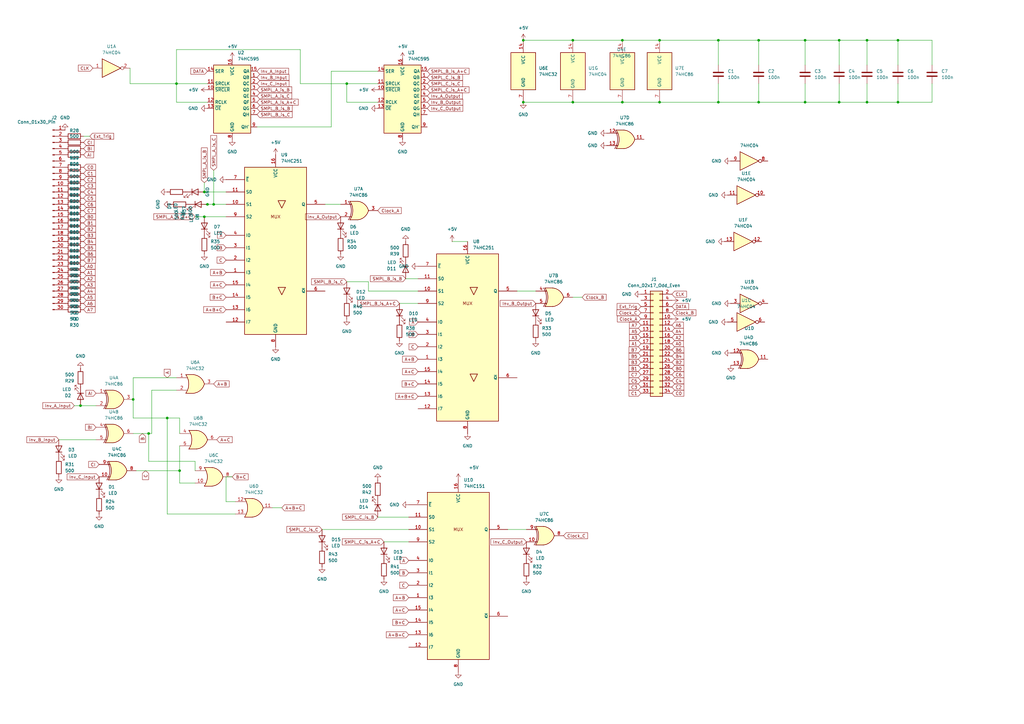
<source format=kicad_sch>
(kicad_sch (version 20231120) (generator "eeschema") (generator_version "8.0")
  (paper "A3")
  (junction (at 311.15 41.91))
  (junction (at 368.3 16.51))
  (junction (at 270.51 16.51))
  (junction (at 294.64 41.91))
  (junction (at 234.95 41.91))
  (junction (at 234.95 16.51))
  (junction (at 83.82 78.74))
  (junction (at 72.39 34.29))
  (junction (at 214.63 16.51))
  (junction (at 330.2 16.51))
  (junction (at 87.63 83.82))
  (junction (at 255.27 16.51))
  (junction (at 68.58 171.45))
  (junction (at 33.02 166.37))
  (junction (at 344.17 16.51))
  (junction (at 330.2 41.91))
  (junction (at 83.82 88.9))
  (junction (at 85.09 83.82))
  (junction (at 355.6 16.51))
  (junction (at 311.15 16.51))
  (junction (at 344.17 41.91))
  (junction (at 142.24 34.29))
  (junction (at 294.64 16.51))
  (junction (at 214.63 41.91))
  (junction (at 60.96 177.8))
  (junction (at 73.66 193.04))
  (junction (at 54.61 163.83))
  (junction (at 270.51 41.91))
  (junction (at 355.6 41.91))
  (junction (at 255.27 41.91))
  (junction (at 368.3 41.91))
  (wire (pts (xy 191.77 99.06) (xy 185.42 99.06)))
  (wire (pts (xy 142.24 34.29) (xy 154.94 34.29)))
  (wire (pts (xy 83.82 74.93) (xy 83.82 78.74)))
  (wire (pts (xy 135.89 52.07) (xy 135.89 29.21)))
  (wire (pts (xy 73.66 193.04) (xy 73.66 182.88)))
  (wire (pts (xy 60.96 177.8) (xy 60.96 189.23)))
  (wire (pts (xy 54.61 163.83) (xy 54.61 154.94)))
  (wire (pts (xy 355.6 34.29) (xy 355.6 41.91)))
  (wire (pts (xy 55.88 193.04) (xy 73.66 193.04)))
  (wire (pts (xy 382.27 16.51) (xy 382.27 26.67)))
  (wire (pts (xy 151.13 119.38) (xy 171.45 119.38)))
  (wire (pts (xy 92.71 205.74) (xy 96.52 205.74)))
  (wire (pts (xy 330.2 16.51) (xy 344.17 16.51)))
  (wire (pts (xy 157.48 222.25) (xy 167.64 222.25)))
  (wire (pts (xy 87.63 69.85) (xy 87.63 83.82)))
  (wire (pts (xy 132.08 217.17) (xy 167.64 217.17)))
  (wire (pts (xy 54.61 171.45) (xy 68.58 171.45)))
  (wire (pts (xy 36.83 55.88) (xy 34.29 55.88)))
  (wire (pts (xy 142.24 34.29) (xy 142.24 41.91)))
  (wire (pts (xy 72.39 20.32) (xy 123.19 20.32)))
  (wire (pts (xy 105.41 52.07) (xy 135.89 52.07)))
  (wire (pts (xy 294.64 16.51) (xy 294.64 26.67)))
  (wire (pts (xy 151.13 115.57) (xy 151.13 119.38)))
  (wire (pts (xy 382.27 34.29) (xy 382.27 41.91)))
  (wire (pts (xy 85.09 83.82) (xy 83.82 83.82)))
  (wire (pts (xy 62.23 177.8) (xy 62.23 160.02)))
  (wire (pts (xy 234.95 41.91) (xy 255.27 41.91)))
  (wire (pts (xy 24.13 180.34) (xy 39.37 180.34)))
  (wire (pts (xy 33.02 166.37) (xy 39.37 166.37)))
  (wire (pts (xy 73.66 193.04) (xy 73.66 198.12)))
  (wire (pts (xy 344.17 41.91) (xy 330.2 41.91)))
  (wire (pts (xy 311.15 16.51) (xy 330.2 16.51)))
  (wire (pts (xy 53.34 27.94) (xy 53.34 34.29)))
  (wire (pts (xy 83.82 78.74) (xy 92.71 78.74)))
  (wire (pts (xy 133.35 83.82) (xy 139.7 83.82)))
  (wire (pts (xy 294.64 41.91) (xy 294.64 34.29)))
  (wire (pts (xy 85.09 83.82) (xy 87.63 83.82)))
  (wire (pts (xy 115.57 208.28) (xy 111.76 208.28)))
  (wire (pts (xy 270.51 41.91) (xy 294.64 41.91)))
  (wire (pts (xy 62.23 160.02) (xy 72.39 160.02)))
  (wire (pts (xy 212.09 119.38) (xy 219.71 119.38)))
  (wire (pts (xy 368.3 16.51) (xy 368.3 26.67)))
  (wire (pts (xy 294.64 41.91) (xy 311.15 41.91)))
  (wire (pts (xy 234.95 121.92) (xy 238.76 121.92)))
  (wire (pts (xy 72.39 34.29) (xy 72.39 41.91)))
  (wire (pts (xy 135.89 29.21) (xy 154.94 29.21)))
  (wire (pts (xy 355.6 41.91) (xy 344.17 41.91)))
  (wire (pts (xy 330.2 41.91) (xy 311.15 41.91)))
  (wire (pts (xy 311.15 16.51) (xy 311.15 26.67)))
  (wire (pts (xy 382.27 41.91) (xy 368.3 41.91)))
  (wire (pts (xy 80.01 189.23) (xy 80.01 193.04)))
  (wire (pts (xy 368.3 34.29) (xy 368.3 41.91)))
  (wire (pts (xy 255.27 41.91) (xy 270.51 41.91)))
  (wire (pts (xy 344.17 16.51) (xy 355.6 16.51)))
  (wire (pts (xy 73.66 171.45) (xy 73.66 177.8)))
  (wire (pts (xy 60.96 189.23) (xy 80.01 189.23)))
  (wire (pts (xy 68.58 171.45) (xy 68.58 210.82)))
  (wire (pts (xy 214.63 16.51) (xy 234.95 16.51)))
  (wire (pts (xy 166.37 114.3) (xy 171.45 114.3)))
  (wire (pts (xy 330.2 34.29) (xy 330.2 41.91)))
  (wire (pts (xy 72.39 41.91) (xy 85.09 41.91)))
  (wire (pts (xy 30.48 166.37) (xy 33.02 166.37)))
  (wire (pts (xy 344.17 34.29) (xy 344.17 41.91)))
  (wire (pts (xy 54.61 154.94) (xy 72.39 154.94)))
  (wire (pts (xy 163.83 124.46) (xy 171.45 124.46)))
  (wire (pts (xy 382.27 16.51) (xy 368.3 16.51)))
  (wire (pts (xy 54.61 177.8) (xy 60.96 177.8)))
  (wire (pts (xy 72.39 34.29) (xy 72.39 20.32)))
  (wire (pts (xy 68.58 210.82) (xy 96.52 210.82)))
  (wire (pts (xy 368.3 41.91) (xy 355.6 41.91)))
  (wire (pts (xy 87.63 83.82) (xy 92.71 83.82)))
  (wire (pts (xy 234.95 16.51) (xy 255.27 16.51)))
  (wire (pts (xy 72.39 34.29) (xy 85.09 34.29)))
  (wire (pts (xy 123.19 34.29) (xy 142.24 34.29)))
  (wire (pts (xy 214.63 41.91) (xy 234.95 41.91)))
  (wire (pts (xy 330.2 16.51) (xy 330.2 26.67)))
  (wire (pts (xy 60.96 177.8) (xy 62.23 177.8)))
  (wire (pts (xy 68.58 171.45) (xy 73.66 171.45)))
  (wire (pts (xy 95.25 195.58) (xy 92.71 195.58)))
  (wire (pts (xy 294.64 16.51) (xy 311.15 16.51)))
  (wire (pts (xy 208.28 217.17) (xy 215.9 217.17)))
  (wire (pts (xy 123.19 20.32) (xy 123.19 34.29)))
  (wire (pts (xy 142.24 115.57) (xy 151.13 115.57)))
  (wire (pts (xy 73.66 198.12) (xy 80.01 198.12)))
  (wire (pts (xy 355.6 16.51) (xy 368.3 16.51)))
  (wire (pts (xy 311.15 34.29) (xy 311.15 41.91)))
  (wire (pts (xy 270.51 16.51) (xy 294.64 16.51)))
  (wire (pts (xy 92.71 195.58) (xy 92.71 205.74)))
  (wire (pts (xy 83.82 88.9) (xy 92.71 88.9)))
  (wire (pts (xy 255.27 16.51) (xy 270.51 16.51)))
  (wire (pts (xy 53.34 34.29) (xy 72.39 34.29)))
  (wire (pts (xy 142.24 41.91) (xy 154.94 41.91)))
  (wire (pts (xy 355.6 16.51) (xy 355.6 26.67)))
  (wire (pts (xy 344.17 16.51) (xy 344.17 26.67)))
  (wire (pts (xy 54.61 163.83) (xy 54.61 171.45)))
  (wire (pts (xy 80.01 88.9) (xy 83.82 88.9)))
  (wire (pts (xy 154.94 212.09) (xy 167.64 212.09)))
  (global_label "C4" (shape input) (at 275.59 156.21 0) (property "Intersheetrefs" "${INTERSHEET_REFS}" (effects (hide yes))))
  (global_label "A+B" (shape input) (at 92.71 111.76 180) (property "Intersheetrefs" "${INTERSHEET_REFS}" (effects (hide yes))))
  (global_label "B2" (shape input) (at 275.59 148.59 0) (property "Intersheetrefs" "${INTERSHEET_REFS}" (effects (hide yes))))
  (global_label "A" (shape input) (at 167.64 229.87 180) (property "Intersheetrefs" "${INTERSHEET_REFS}" (effects (hide yes))))
  (global_label "C" (shape input) (at 167.64 240.03 180) (property "Intersheetrefs" "${INTERSHEET_REFS}" (effects (hide yes))))
  (global_label "A1" (shape input) (at 262.89 140.97 180) (property "Intersheetrefs" "${INTERSHEET_REFS}" (effects (hide yes))))
  (global_label "Ext_Trig" (shape input) (at 262.89 125.73 180) (property "Intersheetrefs" "${INTERSHEET_REFS}" (effects (hide yes))))
  (global_label "SMPL_B_is_A+C" (shape input) (at 175.26 29.21 0) (property "Intersheetrefs" "${INTERSHEET_REFS}" (effects (hide yes))))
  (global_label "SMPL_C_is_C" (shape input) (at 175.26 34.29 0) (property "Intersheetrefs" "${INTERSHEET_REFS}" (effects (hide yes))))
  (global_label "B+C" (shape input) (at 92.71 121.92 180) (property "Intersheetrefs" "${INTERSHEET_REFS}" (effects (hide yes))))
  (global_label "Inv_B_Input" (shape input) (at 24.13 180.34 180) (property "Intersheetrefs" "${INTERSHEET_REFS}" (effects (hide yes))))
  (global_label "C7" (shape input) (at 262.89 153.67 180) (property "Intersheetrefs" "${INTERSHEET_REFS}" (effects (hide yes))))
  (global_label "SMPL_A_is_C" (shape input) (at 105.41 39.37 0) (property "Intersheetrefs" "${INTERSHEET_REFS}" (effects (hide yes))))
  (global_label "A" (shape input) (at 171.45 132.08 180) (property "Intersheetrefs" "${INTERSHEET_REFS}" (effects (hide yes))))
  (global_label "C2" (shape input) (at 34.29 73.66 0) (property "Intersheetrefs" "${INTERSHEET_REFS}" (effects (hide yes))))
  (global_label "B6" (shape input) (at 34.29 104.14 0) (property "Intersheetrefs" "${INTERSHEET_REFS}" (effects (hide yes))))
  (global_label "C7" (shape input) (at 34.29 86.36 0) (property "Intersheetrefs" "${INTERSHEET_REFS}" (effects (hide yes))))
  (global_label "A5" (shape input) (at 34.29 121.92 0) (property "Intersheetrefs" "${INTERSHEET_REFS}" (effects (hide yes))))
  (global_label "Inv_C_Output" (shape input) (at 215.9 222.25 180) (property "Intersheetrefs" "${INTERSHEET_REFS}" (effects (hide yes))))
  (global_label "A3" (shape input) (at 34.29 116.84 0) (property "Intersheetrefs" "${INTERSHEET_REFS}" (effects (hide yes))))
  (global_label "SMPL_C_is_B" (shape input) (at 154.94 212.09 180) (property "Intersheetrefs" "${INTERSHEET_REFS}" (effects (hide yes))))
  (global_label "C0" (shape input) (at 34.29 68.58 0) (property "Intersheetrefs" "${INTERSHEET_REFS}" (effects (hide yes))))
  (global_label "B2" (shape input) (at 34.29 93.98 0) (property "Intersheetrefs" "${INTERSHEET_REFS}" (effects (hide yes))))
  (global_label "A7" (shape input) (at 34.29 127 0) (property "Intersheetrefs" "${INTERSHEET_REFS}" (effects (hide yes))))
  (global_label "A6" (shape input) (at 275.59 133.35 0) (property "Intersheetrefs" "${INTERSHEET_REFS}" (effects (hide yes))))
  (global_label "A0" (shape input) (at 275.59 140.97 0) (property "Intersheetrefs" "${INTERSHEET_REFS}" (effects (hide yes))))
  (global_label "C" (shape input) (at 92.71 106.68 180) (property "Intersheetrefs" "${INTERSHEET_REFS}" (effects (hide yes))))
  (global_label "Clock_B" (shape input) (at 238.76 121.92 0) (property "Intersheetrefs" "${INTERSHEET_REFS}" (effects (hide yes))))
  (global_label "Clock_A" (shape input) (at 262.89 130.81 180) (property "Intersheetrefs" "${INTERSHEET_REFS}" (effects (hide yes))))
  (global_label "Clock_B" (shape input) (at 275.59 128.27 0) (property "Intersheetrefs" "${INTERSHEET_REFS}" (effects (hide yes))))
  (global_label "BI" (shape input) (at 39.37 175.26 180) (property "Intersheetrefs" "${INTERSHEET_REFS}" (effects (hide yes))))
  (global_label "SMPL_C_is_C" (shape input) (at 132.08 217.17 180) (property "Intersheetrefs" "${INTERSHEET_REFS}" (effects (hide yes))))
  (global_label "C4" (shape input) (at 34.29 78.74 0) (property "Intersheetrefs" "${INTERSHEET_REFS}" (effects (hide yes))))
  (global_label "A+B+C" (shape input) (at 167.64 260.35 180) (property "Intersheetrefs" "${INTERSHEET_REFS}" (effects (hide yes))))
  (global_label "CLK" (shape input) (at 275.59 120.65 0) (property "Intersheetrefs" "${INTERSHEET_REFS}" (effects (hide yes))))
  (global_label "A1" (shape input) (at 34.29 111.76 0) (property "Intersheetrefs" "${INTERSHEET_REFS}" (effects (hide yes))))
  (global_label "A+B+C" (shape input) (at 115.57 208.28 0) (property "Intersheetrefs" "${INTERSHEET_REFS}" (effects (hide yes))))
  (global_label "B0" (shape input) (at 275.59 151.13 0) (property "Intersheetrefs" "${INTERSHEET_REFS}" (effects (hide yes))))
  (global_label "SMPL_B_is_B" (shape input) (at 166.37 114.3 180) (property "Intersheetrefs" "${INTERSHEET_REFS}" (effects (hide yes))))
  (global_label "A5" (shape input) (at 262.89 135.89 180) (property "Intersheetrefs" "${INTERSHEET_REFS}" (effects (hide yes))))
  (global_label "Inv_A_Input" (shape input) (at 30.48 166.37 180) (property "Intersheetrefs" "${INTERSHEET_REFS}" (effects (hide yes))))
  (global_label "SMPL_A_is_A+C" (shape input) (at 105.41 41.91 0) (property "Intersheetrefs" "${INTERSHEET_REFS}" (effects (hide yes))))
  (global_label "C" (shape input) (at 171.45 142.24 180) (property "Intersheetrefs" "${INTERSHEET_REFS}" (effects (hide yes))))
  (global_label "C2" (shape input) (at 275.59 158.75 0) (property "Intersheetrefs" "${INTERSHEET_REFS}" (effects (hide yes))))
  (global_label "B4" (shape input) (at 34.29 99.06 0) (property "Intersheetrefs" "${INTERSHEET_REFS}" (effects (hide yes))))
  (global_label "A" (shape input) (at 92.71 96.52 180) (property "Intersheetrefs" "${INTERSHEET_REFS}" (effects (hide yes))))
  (global_label "SMPL_A_is_A+C" (shape input) (at 80.01 88.9 180) (property "Intersheetrefs" "${INTERSHEET_REFS}" (effects (hide yes))))
  (global_label "Inv_A_Input" (shape input) (at 105.41 29.21 0) (property "Intersheetrefs" "${INTERSHEET_REFS}" (effects (hide yes))))
  (global_label "DATA" (shape input) (at 275.59 125.73 0) (property "Intersheetrefs" "${INTERSHEET_REFS}" (effects (hide yes))))
  (global_label "A4" (shape input) (at 34.29 119.38 0) (property "Intersheetrefs" "${INTERSHEET_REFS}" (effects (hide yes))))
  (global_label "B3" (shape input) (at 262.89 148.59 180) (property "Intersheetrefs" "${INTERSHEET_REFS}" (effects (hide yes))))
  (global_label "A+B+C" (shape input) (at 92.71 127 180) (property "Intersheetrefs" "${INTERSHEET_REFS}" (effects (hide yes))))
  (global_label "SMPL_A_is_B" (shape input) (at 83.82 74.93 90) (property "Intersheetrefs" "${INTERSHEET_REFS}" (effects (hide yes))))
  (global_label "A+C" (shape input) (at 171.45 152.4 180) (property "Intersheetrefs" "${INTERSHEET_REFS}" (effects (hide yes))))
  (global_label "B" (shape input) (at 171.45 137.16 180) (property "Intersheetrefs" "${INTERSHEET_REFS}" (effects (hide yes))))
  (global_label "A+B" (shape input) (at 87.63 157.48 0) (property "Intersheetrefs" "${INTERSHEET_REFS}" (effects (hide yes))))
  (global_label "A7" (shape input) (at 262.89 133.35 180) (property "Intersheetrefs" "${INTERSHEET_REFS}" (effects (hide yes))))
  (global_label "C0" (shape input) (at 275.59 161.29 0) (property "Intersheetrefs" "${INTERSHEET_REFS}" (effects (hide yes))))
  (global_label "C6" (shape input) (at 34.29 83.82 0) (property "Intersheetrefs" "${INTERSHEET_REFS}" (effects (hide yes))))
  (global_label "SMPL_C_is_A+C" (shape input) (at 175.26 36.83 0) (property "Intersheetrefs" "${INTERSHEET_REFS}" (effects (hide yes))))
  (global_label "Inv_B_Output" (shape input) (at 219.71 124.46 180) (property "Intersheetrefs" "${INTERSHEET_REFS}" (effects (hide yes))))
  (global_label "Inv_B_Output" (shape input) (at 175.26 41.91 0) (property "Intersheetrefs" "${INTERSHEET_REFS}" (effects (hide yes))))
  (global_label "B+C" (shape input) (at 95.25 195.58 0) (property "Intersheetrefs" "${INTERSHEET_REFS}" (effects (hide yes))))
  (global_label "C3" (shape input) (at 34.29 76.2 0) (property "Intersheetrefs" "${INTERSHEET_REFS}" (effects (hide yes))))
  (global_label "Inv_A_Output" (shape input) (at 175.26 39.37 0) (property "Intersheetrefs" "${INTERSHEET_REFS}" (effects (hide yes))))
  (global_label "A+B" (shape input) (at 167.64 245.11 180) (property "Intersheetrefs" "${INTERSHEET_REFS}" (effects (hide yes))))
  (global_label "A+C" (shape input) (at 167.64 250.19 180) (property "Intersheetrefs" "${INTERSHEET_REFS}" (effects (hide yes))))
  (global_label "B" (shape input) (at 167.64 234.95 180) (property "Intersheetrefs" "${INTERSHEET_REFS}" (effects (hide yes))))
  (global_label "C3" (shape input) (at 262.89 158.75 180) (property "Intersheetrefs" "${INTERSHEET_REFS}" (effects (hide yes))))
  (global_label "B+C" (shape input) (at 167.64 255.27 180) (property "Intersheetrefs" "${INTERSHEET_REFS}" (effects (hide yes))))
  (global_label "Inv_B_Input" (shape input) (at 105.41 31.75 0) (property "Intersheetrefs" "${INTERSHEET_REFS}" (effects (hide yes))))
  (global_label "SMPL_B_is_C" (shape input) (at 142.24 115.57 180) (property "Intersheetrefs" "${INTERSHEET_REFS}" (effects (hide yes))))
  (global_label "B7" (shape input) (at 34.29 106.68 0) (property "Intersheetrefs" "${INTERSHEET_REFS}" (effects (hide yes))))
  (global_label "Clock_C" (shape input) (at 231.14 219.71 0) (property "Intersheetrefs" "${INTERSHEET_REFS}" (effects (hide yes))))
  (global_label "A+C" (shape input) (at 92.71 116.84 180) (property "Intersheetrefs" "${INTERSHEET_REFS}" (effects (hide yes))))
  (global_label "SMPL_A_is_B" (shape input) (at 105.41 36.83 0) (property "Intersheetrefs" "${INTERSHEET_REFS}" (effects (hide yes))))
  (global_label "CLK" (shape input) (at 38.1 27.94 180) (property "Intersheetrefs" "${INTERSHEET_REFS}" (effects (hide yes))))
  (global_label "A+B+C" (shape input) (at 171.45 162.56 180) (property "Intersheetrefs" "${INTERSHEET_REFS}" (effects (hide yes))))
  (global_label "Inv_A_Output" (shape input) (at 139.7 88.9 180) (property "Intersheetrefs" "${INTERSHEET_REFS}" (effects (hide yes))))
  (global_label "SMPL_B_is_A+C" (shape input) (at 163.83 124.46 180) (property "Intersheetrefs" "${INTERSHEET_REFS}" (effects (hide yes))))
  (global_label "C5" (shape input) (at 34.29 81.28 0) (property "Intersheetrefs" "${INTERSHEET_REFS}" (effects (hide yes))))
  (global_label "Inv_C_Input" (shape input) (at 40.64 195.58 180) (property "Intersheetrefs" "${INTERSHEET_REFS}" (effects (hide yes))))
  (global_label "B5" (shape input) (at 262.89 146.05 180) (property "Intersheetrefs" "${INTERSHEET_REFS}" (effects (hide yes))))
  (global_label "B7" (shape input) (at 262.89 143.51 180) (property "Intersheetrefs" "${INTERSHEET_REFS}" (effects (hide yes))))
  (global_label "C" (shape input) (at 59.69 193.04 270) (property "Intersheetrefs" "${INTERSHEET_REFS}" (effects (hide yes))))
  (global_label "DATA" (shape input) (at 85.09 29.21 180) (property "Intersheetrefs" "${INTERSHEET_REFS}" (effects (hide yes))))
  (global_label "A4" (shape input) (at 275.59 135.89 0) (property "Intersheetrefs" "${INTERSHEET_REFS}" (effects (hide yes))))
  (global_label "CI" (shape input) (at 40.64 190.5 180) (property "Intersheetrefs" "${INTERSHEET_REFS}" (effects (hide yes))))
  (global_label "SMPL_A_is_C" (shape input) (at 87.63 69.85 90) (property "Intersheetrefs" "${INTERSHEET_REFS}" (effects (hide yes))))
  (global_label "C5" (shape input) (at 262.89 156.21 180) (property "Intersheetrefs" "${INTERSHEET_REFS}" (effects (hide yes))))
  (global_label "B" (shape input) (at 58.42 177.8 270) (property "Intersheetrefs" "${INTERSHEET_REFS}" (effects (hide yes))))
  (global_label "SMPL_B_is_B" (shape input) (at 105.41 44.45 0) (property "Intersheetrefs" "${INTERSHEET_REFS}" (effects (hide yes))))
  (global_label "B0" (shape input) (at 34.29 88.9 0) (property "Intersheetrefs" "${INTERSHEET_REFS}" (effects (hide yes))))
  (global_label "AI" (shape input) (at 34.29 63.5 0) (property "Intersheetrefs" "${INTERSHEET_REFS}" (effects (hide yes))))
  (global_label "C6" (shape input) (at 275.59 153.67 0) (property "Intersheetrefs" "${INTERSHEET_REFS}" (effects (hide yes))))
  (global_label "Clock_C" (shape input) (at 262.89 128.27 180) (property "Intersheetrefs" "${INTERSHEET_REFS}" (effects (hide yes))))
  (global_label "B3" (shape input) (at 34.29 96.52 0) (property "Intersheetrefs" "${INTERSHEET_REFS}" (effects (hide yes))))
  (global_label "A+B" (shape input) (at 171.45 147.32 180) (property "Intersheetrefs" "${INTERSHEET_REFS}" (effects (hide yes))))
  (global_label "A2" (shape input) (at 275.59 138.43 0) (property "Intersheetrefs" "${INTERSHEET_REFS}" (effects (hide yes))))
  (global_label "Ext_Trig" (shape input) (at 36.83 55.88 0) (property "Intersheetrefs" "${INTERSHEET_REFS}" (effects (hide yes))))
  (global_label "B1" (shape input) (at 262.89 151.13 180) (property "Intersheetrefs" "${INTERSHEET_REFS}" (effects (hide yes))))
  (global_label "A3" (shape input) (at 262.89 138.43 180) (property "Intersheetrefs" "${INTERSHEET_REFS}" (effects (hide yes))))
  (global_label "B" (shape input) (at 92.71 101.6 180) (property "Intersheetrefs" "${INTERSHEET_REFS}" (effects (hide yes))))
  (global_label "A2" (shape input) (at 34.29 114.3 0) (property "Intersheetrefs" "${INTERSHEET_REFS}" (effects (hide yes))))
  (global_label "Inv_C_Output" (shape input) (at 175.26 44.45 0) (property "Intersheetrefs" "${INTERSHEET_REFS}" (effects (hide yes))))
  (global_label "A" (shape input) (at 68.58 154.94 90) (property "Intersheetrefs" "${INTERSHEET_REFS}" (effects (hide yes))))
  (global_label "A0" (shape input) (at 34.29 109.22 0) (property "Intersheetrefs" "${INTERSHEET_REFS}" (effects (hide yes))))
  (global_label "C1" (shape input) (at 262.89 161.29 180) (property "Intersheetrefs" "${INTERSHEET_REFS}" (effects (hide yes))))
  (global_label "SMPL_B_is_C" (shape input) (at 105.41 46.99 0) (property "Intersheetrefs" "${INTERSHEET_REFS}" (effects (hide yes))))
  (global_label "B6" (shape input) (at 275.59 143.51 0) (property "Intersheetrefs" "${INTERSHEET_REFS}" (effects (hide yes))))
  (global_label "B5" (shape input) (at 34.29 101.6 0) (property "Intersheetrefs" "${INTERSHEET_REFS}" (effects (hide yes))))
  (global_label "B+C" (shape input) (at 171.45 157.48 180) (property "Intersheetrefs" "${INTERSHEET_REFS}" (effects (hide yes))))
  (global_label "AI" (shape input) (at 39.37 161.29 180) (property "Intersheetrefs" "${INTERSHEET_REFS}" (effects (hide yes))))
  (global_label "A6" (shape input) (at 34.29 124.46 0) (property "Intersheetrefs" "${INTERSHEET_REFS}" (effects (hide yes))))
  (global_label "Clock_A" (shape input) (at 154.94 86.36 0) (property "Intersheetrefs" "${INTERSHEET_REFS}" (effects (hide yes))))
  (global_label "Inv_C_Input" (shape input) (at 105.41 34.29 0) (property "Intersheetrefs" "${INTERSHEET_REFS}" (effects (hide yes))))
  (global_label "B1" (shape input) (at 34.29 91.44 0) (property "Intersheetrefs" "${INTERSHEET_REFS}" (effects (hide yes))))
  (global_label "B4" (shape input) (at 275.59 146.05 0) (property "Intersheetrefs" "${INTERSHEET_REFS}" (effects (hide yes))))
  (global_label "SMPL_C_is_B" (shape input) (at 175.26 31.75 0) (property "Intersheetrefs" "${INTERSHEET_REFS}" (effects (hide yes))))
  (global_label "CI" (shape input) (at 34.29 58.42 0) (property "Intersheetrefs" "${INTERSHEET_REFS}" (effects (hide yes))))
  (global_label "SMPL_C_is_A+C" (shape input) (at 157.48 222.25 180) (property "Intersheetrefs" "${INTERSHEET_REFS}" (effects (hide yes))))
  (global_label "C1" (shape input) (at 34.29 71.12 0) (property "Intersheetrefs" "${INTERSHEET_REFS}" (effects (hide yes))))
  (global_label "BI" (shape input) (at 34.29 60.96 0) (property "Intersheetrefs" "${INTERSHEET_REFS}" (effects (hide yes))))
  (global_label "A+C" (shape input) (at 88.9 180.34 0) (property "Intersheetrefs" "${INTERSHEET_REFS}" (effects (hide yes))))
  (symbol (lib_id "power:GND") (at 132.08 232.41 0) (unit 1)
    (property "Reference" "#PWR047" (effects (hide yes)))
    (property "Value" "GND" (at 132.08 237.49 0))
    (property "Description" "Power symbol creates a global label with name \"GND\" , ground" (effects (hide yes)))
  )
  (symbol (lib_id "74xx_IEEE:74251") (at 113.03 101.6 0) (unit 1)
    (property "Reference" "U9" (at 115.2241 63.5 0) (effects (justify left)))
    (property "Value" "74HC251" (at 115.2241 66.04 0) (effects (justify left)))
  )
  (symbol (lib_id "74xx:74LS32") (at 104.14 208.28 0) (unit 4)
    (property "Reference" "U6" (at 104.14 199.39 0))
    (property "Value" "74HC32" (at 104.14 201.93 0))
    (property "Footprint" "Package_SO:SOIC-14_3.9x8.7mm_P1.27mm" (effects (hide yes)))
    (property "Datasheet" "http://www.ti.com/lit/gpn/sn74LS32" (effects (hide yes)))
    (property "Description" "Quad 2-input OR" (effects (hide yes)))
  )
  (symbol (lib_id "Device:R") (at 30.48 104.14 90) (mirror x) (unit 1)
    (property "Reference" "R9" (at 30.48 110.49 90))
    (property "Value" "500" (at 30.48 107.95 90))
    (property "Footprint" "Resistor_SMD:R_0603_1608Metric" (effects (hide yes)))
    (property "Description" "Resistor" (effects (hide yes)))
  )
  (symbol (lib_id "power:GND") (at 171.45 109.22 270) (unit 1)
    (property "Reference" "#PWR011" (effects (hide yes)))
    (property "Value" "GND" (at 167.64 109.2199 90) (effects (justify right)))
    (property "Description" "Power symbol creates a global label with name \"GND\" , ground" (effects (hide yes)))
  )
  (symbol (lib_id "74xx:74HC86") (at 270.51 29.21 0) (unit 5)
    (property "Reference" "U7" (at 276.86 27.9399 0) (effects (justify left)))
    (property "Value" "74HC86" (at 276.86 30.4799 0) (effects (justify left)))
    (property "Footprint" "Package_SO:SOIC-14_3.9x8.7mm_P1.27mm" (effects (hide yes)))
    (property "Datasheet" "http://www.ti.com/lit/gpn/sn74HC86" (effects (hide yes)))
    (property "Description" "Quad 2-input XOR" (effects (hide yes)))
  )
  (symbol (lib_id "power:GND") (at 69.85 83.82 270) (unit 1)
    (property "Reference" "#PWR040" (effects (hide yes)))
    (property "Value" "GND" (at 64.77 83.82 0))
    (property "Description" "Power symbol creates a global label with name \"GND\" , ground" (effects (hide yes)))
  )
  (symbol (lib_id "Device:R") (at 30.48 109.22 90) (mirror x) (unit 1)
    (property "Reference" "R7" (at 30.48 115.57 90))
    (property "Value" "500" (at 30.48 113.03 90))
    (property "Footprint" "Resistor_SMD:R_0603_1608Metric" (effects (hide yes)))
    (property "Description" "Resistor" (effects (hide yes)))
  )
  (symbol (lib_id "Device:R") (at 30.48 76.2 90) (mirror x) (unit 1)
    (property "Reference" "R20" (at 30.48 82.55 90))
    (property "Value" "500" (at 30.48 80.01 90))
    (property "Footprint" "Resistor_SMD:R_0603_1608Metric" (effects (hide yes)))
    (property "Description" "Resistor" (effects (hide yes)))
  )
  (symbol (lib_id "power:+5V") (at 275.59 123.19 270) (unit 1)
    (property "Reference" "#PWR033" (effects (hide yes)))
    (property "Value" "+5V" (at 279.4 123.1899 90) (effects (justify left)))
    (property "Description" "Power symbol creates a global label with name \"+5V\"" (effects (hide yes)))
  )
  (symbol (lib_id "power:GND") (at 215.9 237.49 0) (unit 1)
    (property "Reference" "#PWR036" (effects (hide yes)))
    (property "Value" "GND" (at 215.9 242.57 0))
    (property "Description" "Power symbol creates a global label with name \"GND\" , ground" (effects (hide yes)))
  )
  (symbol (lib_id "74xx_IEEE:74251") (at 191.77 137.16 0) (unit 1)
    (property "Reference" "U8" (at 193.9641 99.06 0) (effects (justify left)))
    (property "Value" "74HC251" (at 193.9641 101.6 0) (effects (justify left)))
  )
  (symbol (lib_id "74xx:74HC595") (at 95.25 39.37 0) (unit 1)
    (property "Reference" "U2" (at 97.4441 21.59 0) (effects (justify left)))
    (property "Value" "74HC595" (at 97.4441 24.13 0) (effects (justify left)))
    (property "Footprint" "Package_SO:SOIC-16_3.9x9.9mm_P1.27mm" (effects (hide yes)))
    (property "Datasheet" "http://www.ti.com/lit/ds/symlink/sn74hc595.pdf" (effects (hide yes)))
    (property "Description" "8-bit serial in/out Shift Register 3-State Outputs" (effects (hide yes)))
  )
  (symbol (lib_id "Device:R") (at 139.7 100.33 180) (unit 1)
    (property "Reference" "R34" (at 142.24 99.0599 0) (effects (justify right)))
    (property "Value" "500" (at 142.494 101.346 0) (effects (justify right)))
    (property "Footprint" "Resistor_SMD:R_0603_1608Metric" (effects (hide yes)))
    (property "Description" "Resistor" (effects (hide yes)))
  )
  (symbol (lib_id "power:GND") (at 92.71 73.66 270) (unit 1)
    (property "Reference" "#PWR010" (effects (hide yes)))
    (property "Value" "GND" (at 88.9 73.6599 90) (effects (justify right)))
    (property "Description" "Power symbol creates a global label with name \"GND\" , ground" (effects (hide yes)))
  )
  (symbol (lib_id "74xx:74HC04") (at 306.07 80.01 0) (unit 5)
    (property "Reference" "U1" (at 306.07 71.12 0))
    (property "Value" "74HC04" (at 306.07 73.66 0))
    (property "Footprint" "Package_SO:SOIC-14_3.9x8.7mm_P1.27mm" (effects (hide yes)))
    (property "Datasheet" "https://assets.nexperia.com/documents/data-sheet/74HC_HCT04.pdf" (effects (hide yes)))
    (property "Description" "Hex Inverter" (effects (hide yes)))
  )
  (symbol (lib_id "Device:R") (at 30.48 99.06 90) (mirror x) (unit 1)
    (property "Reference" "R11" (at 30.48 105.41 90))
    (property "Value" "500" (at 30.48 102.87 90))
    (property "Footprint" "Resistor_SMD:R_0603_1608Metric" (effects (hide yes)))
    (property "Description" "Resistor" (effects (hide yes)))
  )
  (symbol (lib_id "Device:R") (at 30.48 58.42 90) (mirror x) (unit 1)
    (property "Reference" "R27" (at 30.48 64.77 90))
    (property "Value" "500" (at 30.48 62.23 90))
    (property "Footprint" "Resistor_SMD:R_0603_1608Metric" (effects (hide yes)))
    (property "Description" "Resistor" (effects (hide yes)))
  )
  (symbol (lib_id "74xx:74HC86") (at 223.52 219.71 0) (unit 3)
    (property "Reference" "U7" (at 223.2152 210.82 0))
    (property "Value" "74HC86" (at 223.2152 213.36 0))
    (property "Footprint" "Package_SO:SOIC-14_3.9x8.7mm_P1.27mm" (effects (hide yes)))
    (property "Datasheet" "http://www.ti.com/lit/gpn/sn74HC86" (effects (hide yes)))
    (property "Description" "Quad 2-input XOR" (effects (hide yes)))
  )
  (symbol (lib_id "Device:R") (at 154.94 200.66 0) (unit 1)
    (property "Reference" "R42" (at 152.4 201.9301 0) (effects (justify right)))
    (property "Value" "500" (at 152.4 199.3901 0) (effects (justify right)))
    (property "Footprint" "Resistor_SMD:R_0603_1608Metric" (effects (hide yes)))
    (property "Description" "Resistor" (effects (hide yes)))
  )
  (symbol (lib_id "Device:LED") (at 81.28 83.82 0) (unit 1)
    (property "Reference" "D8" (at 80.9626 87.63 90) (effects (justify right)))
    (property "Value" "LED" (at 78.4226 87.63 90) (effects (justify right)))
    (property "Footprint" "LED_SMD:LED_0603_1608Metric" (effects (hide yes)))
    (property "Description" "Light emitting diode" (effects (hide yes)))
  )
  (symbol (lib_id "power:+5V") (at 113.03 63.5 0) (unit 1)
    (property "Reference" "#PWR08" (effects (hide yes)))
    (property "Value" "+5V" (at 113.03 58.42 0))
    (property "Description" "Power symbol creates a global label with name \"+5V\"" (effects (hide yes)))
  )
  (symbol (lib_id "74xx:74HC04") (at 306.07 132.08 0) (unit 3)
    (property "Reference" "U1" (at 306.07 123.19 0))
    (property "Value" "74HC04" (at 306.07 125.73 0))
    (property "Footprint" "Package_SO:SOIC-14_3.9x8.7mm_P1.27mm" (effects (hide yes)))
    (property "Datasheet" "https://assets.nexperia.com/documents/data-sheet/74HC_HCT04.pdf" (effects (hide yes)))
    (property "Description" "Hex Inverter" (effects (hide yes)))
  )
  (symbol (lib_id "power:+5V") (at 154.94 36.83 90) (unit 1)
    (property "Reference" "#PWR05" (effects (hide yes)))
    (property "Value" "+5V" (at 151.13 36.8299 90) (effects (justify left)))
    (property "Description" "Power symbol creates a global label with name \"+5V\"" (effects (hide yes)))
  )
  (symbol (lib_id "Device:R") (at 30.48 78.74 90) (mirror x) (unit 1)
    (property "Reference" "R19" (at 30.48 85.09 90))
    (property "Value" "500" (at 30.48 82.55 90))
    (property "Footprint" "Resistor_SMD:R_0603_1608Metric" (effects (hide yes)))
    (property "Description" "Resistor" (effects (hide yes)))
  )
  (symbol (lib_id "Device:LED") (at 33.02 162.56 270) (unit 1)
    (property "Reference" "D2" (at 29.21 162.2426 90) (effects (justify right)))
    (property "Value" "LED" (at 29.21 159.7026 90) (effects (justify right)))
    (property "Footprint" "LED_SMD:LED_0603_1608Metric" (effects (hide yes)))
    (property "Description" "Light emitting diode" (effects (hide yes)))
  )
  (symbol (lib_id "74xx:74LS32") (at 81.28 180.34 0) (unit 2)
    (property "Reference" "U6" (at 81.28 171.45 0))
    (property "Value" "74HC32" (at 81.28 173.99 0))
    (property "Footprint" "Package_SO:SOIC-14_3.9x8.7mm_P1.27mm" (effects (hide yes)))
    (property "Datasheet" "http://www.ti.com/lit/gpn/sn74LS32" (effects (hide yes)))
    (property "Description" "Quad 2-input OR" (effects (hide yes)))
  )
  (symbol (lib_id "Device:R") (at 30.48 96.52 90) (mirror x) (unit 1)
    (property "Reference" "R12" (at 30.48 102.87 90))
    (property "Value" "500" (at 30.48 100.33 90))
    (property "Footprint" "Resistor_SMD:R_0603_1608Metric" (effects (hide yes)))
    (property "Description" "Resistor" (effects (hide yes)))
  )
  (symbol (lib_id "power:GND") (at 248.92 54.61 270) (unit 1)
    (property "Reference" "#PWR020" (effects (hide yes)))
    (property "Value" "GND" (at 245.11 54.6099 90) (effects (justify right)))
    (property "Description" "Power symbol creates a global label with name \"GND\" , ground" (effects (hide yes)))
  )
  (symbol (lib_id "power:+5V") (at 165.1 24.13 0) (unit 1)
    (property "Reference" "#PWR031" (effects (hide yes)))
    (property "Value" "+5V" (at 165.1 19.05 0))
    (property "Description" "Power symbol creates a global label with name \"+5V\"" (effects (hide yes)))
  )
  (symbol (lib_id "Device:LED") (at 40.64 199.39 90) (unit 1)
    (property "Reference" "D1" (at 44.45 199.7074 90) (effects (justify right)))
    (property "Value" "LED" (at 44.45 202.2474 90) (effects (justify right)))
    (property "Footprint" "LED_SMD:LED_0603_1608Metric" (effects (hide yes)))
    (property "Description" "Light emitting diode" (effects (hide yes)))
  )
  (symbol (lib_id "Device:R") (at 215.9 233.68 180) (unit 1)
    (property "Reference" "R32" (at 218.44 232.4099 0) (effects (justify right)))
    (property "Value" "500" (at 218.44 234.9499 0) (effects (justify right)))
    (property "Footprint" "Resistor_SMD:R_0603_1608Metric" (effects (hide yes)))
    (property "Description" "Resistor" (effects (hide yes)))
  )
  (symbol (lib_id "power:GND") (at 33.02 151.13 180) (unit 1)
    (property "Reference" "#PWR034" (effects (hide yes)))
    (property "Value" "GND" (at 33.02 146.05 0))
    (property "Description" "Power symbol creates a global label with name \"GND\" , ground" (effects (hide yes)))
  )
  (symbol (lib_id "74xx:74HC86") (at 256.54 57.15 0) (unit 4)
    (property "Reference" "U7" (at 256.2352 48.26 0))
    (property "Value" "74HC86" (at 256.2352 50.8 0))
    (property "Footprint" "Package_SO:SOIC-14_3.9x8.7mm_P1.27mm" (effects (hide yes)))
    (property "Datasheet" "http://www.ti.com/lit/gpn/sn74HC86" (effects (hide yes)))
    (property "Description" "Quad 2-input XOR" (effects (hide yes)))
  )
  (symbol (lib_id "power:+5V") (at 214.63 16.51 0) (unit 1)
    (property "Reference" "#PWR030" (effects (hide yes)))
    (property "Value" "+5V" (at 214.63 11.43 0))
    (property "Description" "Power symbol creates a global label with name \"+5V\"" (effects (hide yes)))
  )
  (symbol (lib_id "Device:R") (at 30.48 86.36 90) (mirror x) (unit 1)
    (property "Reference" "R16" (at 30.48 92.71 90))
    (property "Value" "500" (at 30.48 90.17 90))
    (property "Footprint" "Resistor_SMD:R_0603_1608Metric" (effects (hide yes)))
    (property "Description" "Resistor" (effects (hide yes)))
  )
  (symbol (lib_id "Device:R") (at 30.48 71.12 90) (mirror x) (unit 1)
    (property "Reference" "R22" (at 30.48 77.47 90))
    (property "Value" "500" (at 30.48 74.93 90))
    (property "Footprint" "Resistor_SMD:R_0603_1608Metric" (effects (hide yes)))
    (property "Description" "Resistor" (effects (hide yes)))
  )
  (symbol (lib_id "power:GND") (at 191.77 177.8 0) (unit 1)
    (property "Reference" "#PWR013" (effects (hide yes)))
    (property "Value" "GND" (at 191.77 182.88 0))
    (property "Description" "Power symbol creates a global label with name \"GND\" , ground" (effects (hide yes)))
  )
  (symbol (lib_id "power:GND") (at 248.92 59.69 270) (unit 1)
    (property "Reference" "#PWR019" (effects (hide yes)))
    (property "Value" "GND" (at 245.11 59.6899 90) (effects (justify right)))
    (property "Description" "Power symbol creates a global label with name \"GND\" , ground" (effects (hide yes)))
  )
  (symbol (lib_id "Device:LED") (at 132.08 220.98 90) (unit 1)
    (property "Reference" "D15" (at 135.89 221.2974 90) (effects (justify right)))
    (property "Value" "LED" (at 135.89 223.8374 90) (effects (justify right)))
    (property "Footprint" "LED_SMD:LED_0603_1608Metric" (effects (hide yes)))
    (property "Description" "Light emitting diode" (effects (hide yes)))
  )
  (symbol (lib_id "Device:C") (at 344.17 30.48 0) (unit 1)
    (property "Reference" "C4" (at 347.98 29.2099 0) (effects (justify left)))
    (property "Value" "100n" (at 347.98 31.7499 0) (effects (justify left)))
    (property "Footprint" "Capacitor_SMD:C_0603_1608Metric" (effects (hide yes)))
    (property "Description" "Unpolarized capacitor" (effects (hide yes)))
  )
  (symbol (lib_id "74xx:74HC86") (at 46.99 177.8 0) (unit 2)
    (property "Reference" "U4" (at 46.6852 168.91 0))
    (property "Value" "74HC86" (at 46.6852 171.45 0))
    (property "Footprint" "Package_SO:SOIC-14_3.9x8.7mm_P1.27mm" (effects (hide yes)))
    (property "Datasheet" "http://www.ti.com/lit/gpn/sn74HC86" (effects (hide yes)))
    (property "Description" "Quad 2-input XOR" (effects (hide yes)))
  )
  (symbol (lib_id "Device:R") (at 30.48 114.3 90) (mirror x) (unit 1)
    (property "Reference" "R5" (at 30.48 120.65 90))
    (property "Value" "500" (at 30.48 118.11 90))
    (property "Footprint" "Resistor_SMD:R_0603_1608Metric" (effects (hide yes)))
    (property "Description" "Resistor" (effects (hide yes)))
  )
  (symbol (lib_id "Device:R") (at 219.71 135.89 180) (unit 1)
    (property "Reference" "R33" (at 222.25 134.6199 0) (effects (justify right)))
    (property "Value" "500" (at 222.25 137.1599 0) (effects (justify right)))
    (property "Footprint" "Resistor_SMD:R_0603_1608Metric" (effects (hide yes)))
    (property "Description" "Resistor" (effects (hide yes)))
  )
  (symbol (lib_id "power:GND") (at 299.72 124.46 270) (unit 1)
    (property "Reference" "#PWR021" (effects (hide yes)))
    (property "Value" "GND" (at 295.91 124.4599 90) (effects (justify right)))
    (property "Description" "Power symbol creates a global label with name \"GND\" , ground" (effects (hide yes)))
  )
  (symbol (lib_id "Device:R") (at 157.48 233.68 180) (unit 1)
    (property "Reference" "R41" (at 160.02 232.4099 0) (effects (justify right)))
    (property "Value" "500" (at 160.02 234.9499 0) (effects (justify right)))
    (property "Footprint" "Resistor_SMD:R_0603_1608Metric" (effects (hide yes)))
    (property "Description" "Resistor" (effects (hide yes)))
  )
  (symbol (lib_id "Device:C") (at 311.15 30.48 0) (unit 1)
    (property "Reference" "C2" (at 314.96 29.2099 0) (effects (justify left)))
    (property "Value" "100n" (at 314.96 31.7499 0) (effects (justify left)))
    (property "Footprint" "Capacitor_SMD:C_0603_1608Metric" (effects (hide yes)))
    (property "Description" "Unpolarized capacitor" (effects (hide yes)))
  )
  (symbol (lib_id "74xx:74HC595") (at 165.1 39.37 0) (unit 1)
    (property "Reference" "U3" (at 167.2941 21.59 0) (effects (justify left)))
    (property "Value" "74HC595" (at 167.2941 24.13 0) (effects (justify left)))
    (property "Footprint" "Package_SO:SOIC-16_3.9x9.9mm_P1.27mm" (effects (hide yes)))
    (property "Datasheet" "http://www.ti.com/lit/ds/symlink/sn74hc595.pdf" (effects (hide yes)))
    (property "Description" "8-bit serial in/out Shift Register 3-State Outputs" (effects (hide yes)))
  )
  (symbol (lib_id "power:GND") (at 85.09 44.45 270) (unit 1)
    (property "Reference" "#PWR03" (effects (hide yes)))
    (property "Value" "GND" (at 81.28 44.4499 90) (effects (justify right)))
    (property "Description" "Power symbol creates a global label with name \"GND\" , ground" (effects (hide yes)))
  )
  (symbol (lib_id "74xx:74HC86") (at 48.26 193.04 0) (unit 3)
    (property "Reference" "U4" (at 47.9552 184.15 0))
    (property "Value" "74HC86" (at 47.9552 186.69 0))
    (property "Footprint" "Package_SO:SOIC-14_3.9x8.7mm_P1.27mm" (effects (hide yes)))
    (property "Datasheet" "http://www.ti.com/lit/gpn/sn74HC86" (effects (hide yes)))
    (property "Description" "Quad 2-input XOR" (effects (hide yes)))
  )
  (symbol (lib_id "power:+5V") (at 85.09 36.83 90) (unit 1)
    (property "Reference" "#PWR04" (effects (hide yes)))
    (property "Value" "+5V" (at 81.28 36.8299 90) (effects (justify left)))
    (property "Description" "Power symbol creates a global label with name \"+5V\"" (effects (hide yes)))
  )
  (symbol (lib_id "Device:R") (at 30.48 121.92 90) (mirror x) (unit 1)
    (property "Reference" "R2" (at 30.48 128.27 90))
    (property "Value" "500" (at 30.48 125.73 90))
    (property "Footprint" "Resistor_SMD:R_0603_1608Metric" (effects (hide yes)))
    (property "Description" "Resistor" (effects (hide yes)))
  )
  (symbol (lib_id "Connector_Generic:Conn_02x17_Odd_Even") (at 267.97 140.97 0) (unit 1)
    (property "Reference" "J1" (at 268.224 114.554 0))
    (property "Value" "Conn_02x17_Odd_Even" (at 268.224 117.094 0))
    (property "Footprint" "Connector_IDC:IDC-Header_2x17_P2.54mm_Horizontal" (effects (hide yes)))
    (property "Description" "Generic connector, double row, 02x17, odd/even pin numbering scheme (row 1 odd numbers, row 2 even numbers), script generated (kicad-library-utils/schlib/autogen/connector/)" (effects (hide yes)))
  )
  (symbol (lib_id "74xx:74HC86") (at 227.33 121.92 0) (unit 2)
    (property "Reference" "U7" (at 227.0252 113.03 0))
    (property "Value" "74HC86" (at 227.0252 115.57 0))
    (property "Footprint" "Package_SO:SOIC-14_3.9x8.7mm_P1.27mm" (effects (hide yes)))
    (property "Datasheet" "http://www.ti.com/lit/gpn/sn74HC86" (effects (hide yes)))
    (property "Description" "Quad 2-input XOR" (effects (hide yes)))
  )
  (symbol (lib_id "Device:LED") (at 163.83 128.27 90) (unit 1)
    (property "Reference" "D10" (at 167.64 128.5874 90) (effects (justify right)))
    (property "Value" "LED" (at 167.64 131.1274 90) (effects (justify right)))
    (property "Footprint" "LED_SMD:LED_0603_1608Metric" (effects (hide yes)))
    (property "Description" "Light emitting diode" (effects (hide yes)))
  )
  (symbol (lib_id "74xx:74LS32") (at 87.63 195.58 0) (unit 3)
    (property "Reference" "U6" (at 87.63 186.69 0))
    (property "Value" "74HC32" (at 87.63 189.23 0))
    (property "Footprint" "Package_SO:SOIC-14_3.9x8.7mm_P1.27mm" (effects (hide yes)))
    (property "Datasheet" "http://www.ti.com/lit/gpn/sn74LS32" (effects (hide yes)))
    (property "Description" "Quad 2-input OR" (effects (hide yes)))
  )
  (symbol (lib_id "power:GND") (at 299.72 149.86 0) (unit 1)
    (property "Reference" "#PWR027" (effects (hide yes)))
    (property "Value" "GND" (at 299.72 154.94 0))
    (property "Description" "Power symbol creates a global label with name \"GND\" , ground" (effects (hide yes)))
  )
  (symbol (lib_id "power:GND") (at 113.03 142.24 0) (unit 1)
    (property "Reference" "#PWR09" (effects (hide yes)))
    (property "Value" "GND" (at 113.03 147.32 0))
    (property "Description" "Power symbol creates a global label with name \"GND\" , ground" (effects (hide yes)))
  )
  (symbol (lib_id "power:GND") (at 166.37 99.06 180) (unit 1)
    (property "Reference" "#PWR043" (effects (hide yes)))
    (property "Value" "GND" (at 166.37 93.98 0))
    (property "Description" "Power symbol creates a global label with name \"GND\" , ground" (effects (hide yes)))
  )
  (symbol (lib_id "Device:R") (at 72.39 78.74 90) (unit 1)
    (property "Reference" "R37" (at 75.5649 84.455 0) (effects (justify right)))
    (property "Value" "500" (at 78.1049 84.455 0) (effects (justify right)))
    (property "Footprint" "Resistor_SMD:R_0603_1608Metric" (effects (hide yes)))
    (property "Description" "Resistor" (effects (hide yes)))
  )
  (symbol (lib_id "Device:LED") (at 157.48 226.06 90) (unit 1)
    (property "Reference" "D13" (at 161.29 226.3774 90) (effects (justify right)))
    (property "Value" "LED" (at 161.29 228.9174 90) (effects (justify right)))
    (property "Footprint" "LED_SMD:LED_0603_1608Metric" (effects (hide yes)))
    (property "Description" "Light emitting diode" (effects (hide yes)))
  )
  (symbol (lib_id "74xx:74HC04") (at 304.8 99.06 0) (unit 6)
    (property "Reference" "U1" (at 304.8 90.17 0))
    (property "Value" "74HC04" (at 304.8 92.71 0))
    (property "Footprint" "Package_SO:SOIC-14_3.9x8.7mm_P1.27mm" (effects (hide yes)))
    (property "Datasheet" "https://assets.nexperia.com/documents/data-sheet/74HC_HCT04.pdf" (effects (hide yes)))
    (property "Description" "Hex Inverter" (effects (hide yes)))
  )
  (symbol (lib_id "Device:R") (at 30.48 73.66 90) (mirror x) (unit 1)
    (property "Reference" "R21" (at 30.48 80.01 90))
    (property "Value" "500" (at 30.48 77.47 90))
    (property "Footprint" "Resistor_SMD:R_0603_1608Metric" (effects (hide yes)))
    (property "Description" "Resistor" (effects (hide yes)))
  )
  (symbol (lib_id "Device:LED") (at 24.13 184.15 90) (unit 1)
    (property "Reference" "D3" (at 27.94 184.4674 90) (effects (justify right)))
    (property "Value" "LED" (at 27.94 187.0074 90) (effects (justify right)))
    (property "Footprint" "LED_SMD:LED_0603_1608Metric" (effects (hide yes)))
    (property "Description" "Light emitting diode" (effects (hide yes)))
  )
  (symbol (lib_id "Connector:Conn_01x30_Pin") (at 21.59 88.9 0) (unit 1)
    (property "Reference" "J2" (at 22.225 48.26 0))
    (property "Value" "Conn_01x30_Pin" (at 14.986 50.038 0))
    (property "Footprint" "Connector_PinHeader_2.54mm:PinHeader_1x30_P2.54mm_Horizontal" (effects (hide yes)))
    (property "Description" "Generic connector, single row, 01x30, script generated" (effects (hide yes)))
  )
  (symbol (lib_id "Device:R") (at 30.48 68.58 90) (mirror x) (unit 1)
    (property "Reference" "R23" (at 30.48 74.93 90))
    (property "Value" "500" (at 30.48 72.39 90))
    (property "Footprint" "Resistor_SMD:R_0603_1608Metric" (effects (hide yes)))
    (property "Description" "Resistor" (effects (hide yes)))
  )
  (symbol (lib_id "power:GND") (at 297.18 99.06 270) (unit 1)
    (property "Reference" "#PWR025" (effects (hide yes)))
    (property "Value" "GND" (at 293.37 99.0599 90) (effects (justify right)))
    (property "Description" "Power symbol creates a global label with name \"GND\" , ground" (effects (hide yes)))
  )
  (symbol (lib_id "power:GND") (at 298.45 80.01 270) (unit 1)
    (property "Reference" "#PWR024" (effects (hide yes)))
    (property "Value" "GND" (at 294.64 80.0099 90) (effects (justify right)))
    (property "Description" "Power symbol creates a global label with name \"GND\" , ground" (effects (hide yes)))
  )
  (symbol (lib_id "power:GND") (at 219.71 139.7 0) (unit 1)
    (property "Reference" "#PWR037" (effects (hide yes)))
    (property "Value" "GND" (at 219.71 144.78 0))
    (property "Description" "Power symbol creates a global label with name \"GND\" , ground" (effects (hide yes)))
  )
  (symbol (lib_id "74xx:74LS32") (at 214.63 29.21 0) (unit 5)
    (property "Reference" "U6" (at 220.98 27.9399 0) (effects (justify left)))
    (property "Value" "74HC32" (at 220.98 30.4799 0) (effects (justify left)))
    (property "Footprint" "Package_SO:SOIC-14_3.9x8.7mm_P1.27mm" (effects (hide yes)))
    (property "Datasheet" "http://www.ti.com/lit/gpn/sn74LS32" (effects (hide yes)))
    (property "Description" "Quad 2-input OR" (effects (hide yes)))
  )
  (symbol (lib_id "Device:C") (at 294.64 30.48 0) (unit 1)
    (property "Reference" "C1" (at 298.45 29.2099 0) (effects (justify left)))
    (property "Value" "100n" (at 298.45 31.7499 0) (effects (justify left)))
    (property "Footprint" "Capacitor_SMD:C_0603_1608Metric" (effects (hide yes)))
    (property "Description" "Unpolarized capacitor" (effects (hide yes)))
  )
  (symbol (lib_id "74xx:74HC04") (at 307.34 124.46 0) (unit 2)
    (property "Reference" "U1" (at 307.34 115.57 0))
    (property "Value" "74HC04" (at 307.34 118.11 0))
    (property "Footprint" "Package_SO:SOIC-14_3.9x8.7mm_P1.27mm" (effects (hide yes)))
    (property "Datasheet" "https://assets.nexperia.com/documents/data-sheet/74HC_HCT04.pdf" (effects (hide yes)))
    (property "Description" "Hex Inverter" (effects (hide yes)))
  )
  (symbol (lib_id "74xx:74HC04") (at 45.72 27.94 0) (unit 1)
    (property "Reference" "U1" (at 45.72 19.05 0))
    (property "Value" "74HC04" (at 45.72 21.59 0))
    (property "Footprint" "Package_SO:SOIC-14_3.9x8.7mm_P1.27mm" (effects (hide yes)))
    (property "Datasheet" "https://assets.nexperia.com/documents/data-sheet/74HC_HCT04.pdf" (effects (hide yes)))
    (property "Description" "Hex Inverter" (effects (hide yes)))
  )
  (symbol (lib_id "Device:R") (at 166.37 102.87 0) (unit 1)
    (property "Reference" "R39" (at 163.83 104.1401 0) (effects (justify right)))
    (property "Value" "500" (at 163.83 101.6001 0) (effects (justify right)))
    (property "Footprint" "Resistor_SMD:R_0603_1608Metric" (effects (hide yes)))
    (property "Description" "Resistor" (effects (hide yes)))
  )
  (symbol (lib_id "74xx:74HC86") (at 307.34 147.32 0) (unit 4)
    (property "Reference" "U4" (at 307.0352 138.43 0))
    (property "Value" "74HC86" (at 307.0352 140.97 0))
    (property "Footprint" "Package_SO:SOIC-14_3.9x8.7mm_P1.27mm" (effects (hide yes)))
    (property "Datasheet" "http://www.ti.com/lit/gpn/sn74HC86" (effects (hide yes)))
    (property "Description" "Quad 2-input XOR" (effects (hide yes)))
  )
  (symbol (lib_id "Device:R") (at 163.83 135.89 180) (unit 1)
    (property "Reference" "R38" (at 166.37 134.6199 0) (effects (justify right)))
    (property "Value" "500" (at 166.37 137.1599 0) (effects (justify right)))
    (property "Footprint" "Resistor_SMD:R_0603_1608Metric" (effects (hide yes)))
    (property "Description" "Resistor" (effects (hide yes)))
  )
  (symbol (lib_id "Device:R") (at 30.48 91.44 90) (mirror x) (unit 1)
    (property "Reference" "R14" (at 30.48 97.79 90))
    (property "Value" "500" (at 30.48 95.25 90))
    (property "Footprint" "Resistor_SMD:R_0603_1608Metric" (effects (hide yes)))
    (property "Description" "Resistor" (effects (hide yes)))
  )
  (symbol (lib_id "Device:LED") (at 215.9 226.06 90) (unit 1)
    (property "Reference" "D4" (at 219.71 226.3774 90) (effects (justify right)))
    (property "Value" "LED" (at 219.71 228.9174 90) (effects (justify right)))
    (property "Footprint" "LED_SMD:LED_0603_1608Metric" (effects (hide yes)))
    (property "Description" "Light emitting diode" (effects (hide yes)))
  )
  (symbol (lib_id "Device:C") (at 330.2 30.48 0) (unit 1)
    (property "Reference" "C3" (at 334.01 29.2099 0) (effects (justify left)))
    (property "Value" "100n" (at 334.01 31.7499 0) (effects (justify left)))
    (property "Footprint" "Capacitor_SMD:C_0603_1608Metric" (effects (hide yes)))
    (property "Description" "Unpolarized capacitor" (effects (hide yes)))
  )
  (symbol (lib_id "power:+5V") (at 185.42 99.06 0) (unit 1)
    (property "Reference" "#PWR012" (effects (hide yes)))
    (property "Value" "+5V" (at 185.42 93.98 0))
    (property "Description" "Power symbol creates a global label with name \"+5V\"" (effects (hide yes)))
  )
  (symbol (lib_id "power:GND") (at 142.24 130.81 0) (unit 1)
    (property "Reference" "#PWR044" (effects (hide yes)))
    (property "Value" "GND" (at 142.24 135.89 0))
    (property "Description" "Power symbol creates a global label with name \"GND\" , ground" (effects (hide yes)))
  )
  (symbol (lib_id "Device:LED") (at 83.82 92.71 90) (unit 1)
    (property "Reference" "D7" (at 87.63 93.0274 90) (effects (justify right)))
    (property "Value" "LED" (at 87.63 95.5674 90) (effects (justify right)))
    (property "Footprint" "LED_SMD:LED_0603_1608Metric" (effects (hide yes)))
    (property "Description" "Light emitting diode" (effects (hide yes)))
  )
  (symbol (lib_id "power:GND") (at 95.25 57.15 0) (unit 1)
    (property "Reference" "#PWR029" (effects (hide yes)))
    (property "Value" "GND" (at 95.25 62.23 0))
    (property "Description" "Power symbol creates a global label with name \"GND\" , ground" (effects (hide yes)))
  )
  (symbol (lib_id "power:GND") (at 154.94 196.85 180) (unit 1)
    (property "Reference" "#PWR046" (effects (hide yes)))
    (property "Value" "GND" (at 154.94 191.77 0))
    (property "Description" "Power symbol creates a global label with name \"GND\" , ground" (effects (hide yes)))
  )
  (symbol (lib_id "Device:LED") (at 142.24 119.38 90) (unit 1)
    (property "Reference" "D12" (at 146.05 119.6974 90) (effects (justify right)))
    (property "Value" "LED" (at 146.05 122.2374 90) (effects (justify right)))
    (property "Footprint" "LED_SMD:LED_0603_1608Metric" (effects (hide yes)))
    (property "Description" "Light emitting diode" (effects (hide yes)))
  )
  (symbol (lib_id "power:GND") (at 299.72 66.04 270) (unit 1)
    (property "Reference" "#PWR023" (effects (hide yes)))
    (property "Value" "GND" (at 295.91 66.0399 90) (effects (justify right)))
    (property "Description" "Power symbol creates a global label with name \"GND\" , ground" (effects (hide yes)))
  )
  (symbol (lib_id "power:GND") (at 298.45 132.08 270) (unit 1)
    (property "Reference" "#PWR022" (effects (hide yes)))
    (property "Value" "GND" (at 294.64 132.0799 90) (effects (justify right)))
    (property "Description" "Power symbol creates a global label with name \"GND\" , ground" (effects (hide yes)))
  )
  (symbol (lib_id "74xx_IEEE:74151") (at 187.96 234.95 0) (unit 1)
    (property "Reference" "U10" (at 190.1541 196.85 0) (effects (justify left)))
    (property "Value" "74HC151" (at 190.1541 199.39 0) (effects (justify left)))
    (property "Footprint" "Package_SO:SOIC-16_3.9x9.9mm_P1.27mm" (effects (hide yes)))
  )
  (symbol (lib_id "power:GND") (at 163.83 139.7 0) (unit 1)
    (property "Reference" "#PWR042" (effects (hide yes)))
    (property "Value" "GND" (at 163.83 144.78 0))
    (property "Description" "Power symbol creates a global label with name \"GND\" , ground" (effects (hide yes)))
  )
  (symbol (lib_id "Device:C") (at 382.27 30.48 0) (unit 1)
    (property "Reference" "C7" (at 386.08 29.2099 0) (effects (justify left)))
    (property "Value" "100n" (at 386.08 31.7499 0) (effects (justify left)))
    (property "Footprint" "Capacitor_SMD:C_0603_1608Metric" (effects (hide yes)))
    (property "Description" "Unpolarized capacitor" (effects (hide yes)))
  )
  (symbol (lib_id "Device:R") (at 30.48 124.46 90) (mirror x) (unit 1)
    (property "Reference" "R1" (at 30.48 130.81 90))
    (property "Value" "500" (at 30.48 128.27 90))
    (property "Footprint" "Resistor_SMD:R_0603_1608Metric" (effects (hide yes)))
    (property "Description" "Resistor" (effects (hide yes)))
  )
  (symbol (lib_id "power:+5V") (at 95.25 24.13 0) (unit 1)
    (property "Reference" "#PWR032" (effects (hide yes)))
    (property "Value" "+5V" (at 95.25 19.05 0))
    (property "Description" "Power symbol creates a global label with name \"+5V\"" (effects (hide yes)))
  )
  (symbol (lib_id "power:GND") (at 167.64 207.01 270) (unit 1)
    (property "Reference" "#PWR014" (effects (hide yes)))
    (property "Value" "GND" (at 163.83 207.0099 90) (effects (justify right)))
    (property "Description" "Power symbol creates a global label with name \"GND\" , ground" (effects (hide yes)))
  )
  (symbol (lib_id "Device:R") (at 30.48 101.6 90) (mirror x) (unit 1)
    (property "Reference" "R10" (at 30.48 107.95 90))
    (property "Value" "500" (at 30.48 105.41 90))
    (property "Footprint" "Resistor_SMD:R_0603_1608Metric" (effects (hide yes)))
    (property "Description" "Resistor" (effects (hide yes)))
  )
  (symbol (lib_id "power:GND") (at 68.58 78.74 270) (unit 1)
    (property "Reference" "#PWR041" (effects (hide yes)))
    (property "Value" "GND" (at 85.09 78.74 0))
    (property "Description" "Power symbol creates a global label with name \"GND\" , ground" (effects (hide yes)))
  )
  (symbol (lib_id "74xx:74HC04") (at 307.34 66.04 0) (unit 4)
    (property "Reference" "U1" (at 307.34 134.62 0))
    (property "Value" "74HC04" (at 307.34 59.69 0))
    (property "Footprint" "Package_SO:SOIC-14_3.9x8.7mm_P1.27mm" (effects (hide yes)))
    (property "Datasheet" "https://assets.nexperia.com/documents/data-sheet/74HC_HCT04.pdf" (effects (hide yes)))
    (property "Description" "Hex Inverter" (effects (hide yes)))
  )
  (symbol (lib_id "Device:R") (at 30.48 83.82 90) (mirror x) (unit 1)
    (property "Reference" "R17" (at 30.48 90.17 90))
    (property "Value" "500" (at 30.48 87.63 90))
    (property "Footprint" "Resistor_SMD:R_0603_1608Metric" (effects (hide yes)))
    (property "Description" "Resistor" (effects (hide yes)))
  )
  (symbol (lib_id "power:GND") (at 154.94 44.45 270) (unit 1)
    (property "Reference" "#PWR06" (effects (hide yes)))
    (property "Value" "GND" (at 151.13 44.4499 90) (effects (justify right)))
    (property "Description" "Power symbol creates a global label with name \"GND\" , ground" (effects (hide yes)))
  )
  (symbol (lib_id "74xx:74HC86") (at 255.27 29.21 0) (unit 5)
    (property "Reference" "U4" (at 254.9652 20.32 0))
    (property "Value" "74HC86" (at 254.9652 22.86 0))
    (property "Footprint" "Package_SO:SOIC-14_3.9x8.7mm_P1.27mm" (effects (hide yes)))
    (property "Datasheet" "http://www.ti.com/lit/gpn/sn74HC86" (effects (hide yes)))
    (property "Description" "Quad 2-input XOR" (effects (hide yes)))
  )
  (symbol (lib_id "Device:C") (at 368.3 30.48 0) (unit 1)
    (property "Reference" "C6" (at 372.11 29.2099 0) (effects (justify left)))
    (property "Value" "100n" (at 372.11 31.7499 0) (effects (justify left)))
    (property "Footprint" "Capacitor_SMD:C_0603_1608Metric" (effects (hide yes)))
    (property "Description" "Unpolarized capacitor" (effects (hide yes)))
  )
  (symbol (lib_id "power:GND") (at 299.72 144.78 270) (unit 1)
    (property "Reference" "#PWR026" (effects (hide yes)))
    (property "Value" "GND" (at 295.91 144.7799 90) (effects (justify right)))
    (property "Description" "Power symbol creates a global label with name \"GND\" , ground" (effects (hide yes)))
  )
  (symbol (lib_id "Device:R") (at 132.08 228.6 180) (unit 1)
    (property "Reference" "R43" (at 134.62 227.3299 0) (effects (justify right)))
    (property "Value" "500" (at 134.62 229.8699 0) (effects (justify right)))
    (property "Footprint" "Resistor_SMD:R_0603_1608Metric" (effects (hide yes)))
    (property "Description" "Resistor" (effects (hide yes)))
  )
  (symbol (lib_id "Device:LED") (at 80.01 78.74 0) (unit 1)
    (property "Reference" "D9" (at 69.5324 83.185 90) (effects (justify right)))
    (property "Value" "LED" (at 72.0724 83.185 90) (effects (justify right)))
    (property "Footprint" "LED_SMD:LED_0603_1608Metric" (effects (hide yes)))
    (property "Description" "Light emitting diode" (effects (hide yes)))
  )
  (symbol (lib_id "power:+5V") (at 187.96 196.85 0) (unit 1)
    (property "Reference" "#PWR015" (effects (hide yes)))
    (property "Value" "+5V" (at 194.31 191.77 0))
    (property "Description" "Power symbol creates a global label with name \"+5V\"" (effects (hide yes)))
  )
  (symbol (lib_id "power:GND") (at 165.1 57.15 0) (unit 1)
    (property "Reference" "#PWR028" (effects (hide yes)))
    (property "Value" "GND" (at 165.1 62.23 0))
    (property "Description" "Power symbol creates a global label with name \"GND\" , ground" (effects (hide yes)))
  )
  (symbol (lib_id "Device:LED") (at 139.7 92.71 90) (unit 1)
    (property "Reference" "D6" (at 143.51 93.0274 90) (effects (justify right)))
    (property "Value" "LED" (at 143.51 95.5674 90) (effects (justify right)))
    (property "Footprint" "LED_SMD:LED_0603_1608Metric" (effects (hide yes)))
    (property "Description" "Light emitting diode" (effects (hide yes)))
  )
  (symbol (lib_id "Device:R") (at 30.48 119.38 90) (mirror x) (unit 1)
    (property "Reference" "R3" (at 30.48 125.73 90))
    (property "Value" "500" (at 30.48 123.19 90))
    (property "Footprint" "Resistor_SMD:R_0603_1608Metric" (effects (hide yes)))
    (property "Description" "Resistor" (effects (hide yes)))
  )
  (symbol (lib_id "power:GND") (at 187.96 275.59 0) (unit 1)
    (property "Reference" "#PWR016" (effects (hide yes)))
    (property "Value" "GND" (at 187.96 280.67 0))
    (property "Description" "Power symbol creates a global label with name \"GND\" , ground" (effects (hide yes)))
  )
  (symbol (lib_id "power:GND") (at 24.13 195.58 0) (unit 1)
    (property "Reference" "#PWR035" (effects (hide yes)))
    (property "Value" "GND" (at 24.13 200.66 0))
    (property "Description" "Power symbol creates a global label with name \"GND\" , ground" (effects (hide yes)))
  )
  (symbol (lib_id "74xx:74HC86") (at 46.99 163.83 0) (unit 1)
    (property "Reference" "U4" (at 46.6852 154.94 0))
    (property "Value" "74HC86" (at 46.6852 157.48 0))
    (property "Footprint" "Package_SO:SOIC-14_3.9x8.7mm_P1.27mm" (effects (hide yes)))
    (property "Datasheet" "http://www.ti.com/lit/gpn/sn74HC86" (effects (hide yes)))
    (property "Description" "Quad 2-input XOR" (effects (hide yes)))
  )
  (symbol (lib_id "Device:R") (at 30.48 63.5 90) (mirror x) (unit 1)
    (property "Reference" "R25" (at 30.48 69.85 90))
    (property "Value" "500" (at 30.48 67.31 90))
    (property "Footprint" "Resistor_SMD:R_0603_1608Metric" (effects (hide yes)))
    (property "Description" "Resistor" (effects (hide yes)))
  )
  (symbol (lib_id "Device:C") (at 355.6 30.48 0) (unit 1)
    (property "Reference" "C5" (at 359.41 29.2099 0) (effects (justify left)))
    (property "Value" "100n" (at 359.41 31.7499 0) (effects (justify left)))
    (property "Footprint" "Capacitor_SMD:C_0603_1608Metric" (effects (hide yes)))
    (property "Description" "Unpolarized capacitor" (effects (hide yes)))
  )
  (symbol (lib_id "74xx:74HC04") (at 234.95 29.21 0) (unit 7)
    (property "Reference" "U1" (at 241.3 27.9399 0) (effects (justify left)))
    (property "Value" "74HC04" (at 241.3 30.4799 0) (effects (justify left)))
    (property "Footprint" "Package_SO:SOIC-14_3.9x8.7mm_P1.27mm" (effects (hide yes)))
    (property "Datasheet" "https://assets.nexperia.com/documents/data-sheet/74HC_HCT04.pdf" (effects (hide yes)))
    (property "Description" "Hex Inverter" (effects (hide yes)))
  )
  (symbol (lib_id "Device:R") (at 24.13 191.77 180) (unit 1)
    (property "Reference" "R31" (at 26.67 190.4999 0) (effects (justify right)))
    (property "Value" "500" (at 26.67 193.0399 0) (effects (justify right)))
    (property "Footprint" "Resistor_SMD:R_0603_1608Metric" (effects (hide yes)))
    (property "Description" "Resistor" (effects (hide yes)))
  )
  (symbol (lib_id "Device:R") (at 30.48 127 90) (mirror x) (unit 1)
    (property "Reference" "R30" (at 30.48 133.35 90))
    (property "Value" "500" (at 30.48 130.81 90))
    (property "Footprint" "Resistor_SMD:R_0603_1608Metric" (effects (hide yes)))
    (property "Description" "Resistor" (effects (hide yes)))
  )
  (symbol (lib_id "Device:R") (at 30.48 111.76 90) (mirror x) (unit 1)
    (property "Reference" "R6" (at 30.48 118.11 90))
    (property "Value" "500" (at 30.48 115.57 90))
    (property "Footprint" "Resistor_SMD:R_0603_1608Metric" (effects (hide yes)))
    (property "Description" "Resistor" (effects (hide yes)))
  )
  (symbol (lib_id "Device:R") (at 30.48 116.84 90) (mirror x) (unit 1)
    (property "Reference" "R4" (at 30.48 123.19 90))
    (property "Value" "500" (at 30.48 120.65 90))
    (property "Footprint" "Resistor_SMD:R_0603_1608Metric" (effects (hide yes)))
    (property "Description" "Resistor" (effects (hide yes)))
  )
  (symbol (lib_id "74xx:74HC86") (at 147.32 86.36 0) (unit 1)
    (property "Reference" "U7" (at 147.0152 77.47 0))
    (property "Value" "74HC86" (at 147.0152 80.01 0))
    (property "Footprint" "Package_SO:SOIC-14_3.9x8.7mm_P1.27mm" (effects (hide yes)))
    (property "Datasheet" "http://www.ti.com/lit/gpn/sn74HC86" (effects (hide yes)))
    (property "Description" "Quad 2-input XOR" (effects (hide yes)))
  )
  (symbol (lib_id "Device:R") (at 73.66 83.82 90) (unit 1)
    (property "Reference" "R36" (at 74.9301 86.36 0) (effects (justify right)))
    (property "Value" "500" (at 72.3901 86.36 0) (effects (justify right)))
    (property "Footprint" "Resistor_SMD:R_0603_1608Metric" (effects (hide yes)))
    (property "Description" "Resistor" (effects (hide yes)))
  )
  (symbol (lib_id "Device:R") (at 30.48 88.9 90) (mirror x) (unit 1)
    (property "Reference" "R15" (at 30.48 95.25 90))
    (property "Value" "500" (at 30.48 92.71 90))
    (property "Footprint" "Resistor_SMD:R_0603_1608Metric" (effects (hide yes)))
    (property "Description" "Resistor" (effects (hide yes)))
  )
  (symbol (lib_id "power:GND") (at 40.64 210.82 0) (unit 1)
    (property "Reference" "#PWR017" (effects (hide yes)))
    (property "Value" "GND" (at 40.64 215.9 0))
    (property "Description" "Power symbol creates a global label with name \"GND\" , ground" (effects (hide yes)))
  )
  (symbol (lib_id "power:GND") (at 262.89 120.65 270) (unit 1)
    (property "Reference" "#PWR02" (effects (hide yes)))
    (property "Value" "GND" (at 259.08 120.6499 90) (effects (justify right)))
    (property "Description" "Power symbol creates a global label with name \"GND\" , ground" (effects (hide yes)))
  )
  (symbol (lib_id "Device:LED") (at 219.71 128.27 90) (unit 1)
    (property "Reference" "D5" (at 223.52 128.5874 90) (effects (justify right)))
    (property "Value" "LED" (at 223.52 131.1274 90) (effects (justify right)))
    (property "Footprint" "LED_SMD:LED_0603_1608Metric" (effects (hide yes)))
    (property "Description" "Light emitting diode" (effects (hide yes)))
  )
  (symbol (lib_id "power:GND") (at 214.63 41.91 0) (unit 1)
    (property "Reference" "#PWR018" (effects (hide yes)))
    (property "Value" "GND" (at 214.63 46.99 0))
    (property "Description" "Power symbol creates a global label with name \"GND\" , ground" (effects (hide yes)))
  )
  (symbol (lib_id "Device:R") (at 40.64 207.01 180) (unit 1)
    (property "Reference" "R24" (at 43.18 205.7399 0) (effects (justify right)))
    (property "Value" "500" (at 43.18 208.2799 0) (effects (justify right)))
    (property "Footprint" "Resistor_SMD:R_0603_1608Metric" (effects (hide yes)))
    (property "Description" "Resistor" (effects (hide yes)))
  )
  (symbol (lib_id "Device:R") (at 33.02 154.94 0) (unit 1)
    (property "Reference" "R29" (at 30.48 156.2101 0) (effects (justify right)))
    (property "Value" "500" (at 30.48 153.6701 0) (effects (justify right)))
    (property "Footprint" "Resistor_SMD:R_0603_1608Metric" (effects (hide yes)))
    (property "Description" "Resistor" (effects (hide yes)))
  )
  (symbol (lib_id "power:GND") (at 83.82 104.14 0) (unit 1)
    (property "Reference" "#PWR039" (effects (hide yes)))
    (property "Value" "GND" (at 83.82 109.22 0))
    (property "Description" "Power symbol creates a global label with name \"GND\" , ground" (effects (hide yes)))
  )
  (symbol (lib_id "Device:R") (at 30.48 81.28 90) (mirror x) (unit 1)
    (property "Reference" "R18" (at 30.48 87.63 90))
    (property "Value" "500" (at 30.48 85.09 90))
    (property "Footprint" "Resistor_SMD:R_0603_1608Metric" (effects (hide yes)))
    (property "Description" "Resistor" (effects (hide yes)))
  )
  (symbol (lib_id "power:GND") (at 157.48 237.49 0) (unit 1)
    (property "Reference" "#PWR045" (effects (hide yes)))
    (property "Value" "GND" (at 157.48 242.57 0))
    (property "Description" "Power symbol creates a global label with name \"GND\" , ground" (effects (hide yes)))
  )
  (symbol (lib_id "Device:R") (at 30.48 60.96 90) (mirror x) (unit 1)
    (property "Reference" "R26" (at 30.48 67.31 90))
    (property "Value" "500" (at 30.48 64.77 90))
    (property "Footprint" "Resistor_SMD:R_0603_1608Metric" (effects (hide yes)))
    (property "Description" "Resistor" (effects (hide yes)))
  )
  (symbol (lib_id "Device:R") (at 30.48 55.88 90) (mirror x) (unit 1)
    (property "Reference" "R28" (at 30.48 53.594 90))
    (property "Value" "500" (at 30.48 55.88 90))
    (property "Footprint" "Resistor_SMD:R_0603_1608Metric" (effects (hide yes)))
    (property "Description" "Resistor" (effects (hide yes)))
  )
  (symbol (lib_id "Device:LED") (at 154.94 208.28 270) (unit 1)
    (property "Reference" "D14" (at 151.13 207.9626 90) (effects (justify right)))
    (property "Value" "LED" (at 151.13 205.4226 90) (effects (justify right)))
    (property "Footprint" "LED_SMD:LED_0603_1608Metric" (effects (hide yes)))
    (property "Description" "Light emitting diode" (effects (hide yes)))
  )
  (symbol (lib_id "power:+5V") (at 275.59 130.81 270) (unit 1)
    (property "Reference" "#PWR01" (effects (hide yes)))
    (property "Value" "+5V" (at 279.4 130.8099 90) (effects (justify left)))
    (property "Description" "Power symbol creates a global label with name \"+5V\"" (effects (hide yes)))
  )
  (symbol (lib_id "Device:LED") (at 166.37 110.49 270) (unit 1)
    (property "Reference" "D11" (at 162.56 110.1726 90) (effects (justify right)))
    (property "Value" "LED" (at 162.56 107.6326 90) (effects (justify right)))
    (property "Footprint" "LED_SMD:LED_0603_1608Metric" (effects (hide yes)))
    (property "Description" "Light emitting diode" (effects (hide yes)))
  )
  (symbol (lib_id "74xx:74LS32") (at 80.01 157.48 0) (unit 1)
    (property "Reference" "U6" (at 80.01 148.59 0))
    (property "Value" "74HC32" (at 80.01 151.13 0))
    (property "Footprint" "Package_SO:SOIC-14_3.9x8.7mm_P1.27mm" (effects (hide yes)))
    (property "Datasheet" "http://www.ti.com/lit/gpn/sn74LS32" (effects (hide yes)))
    (property "Description" "Quad 2-input OR" (effects (hide yes)))
  )
  (symbol (lib_id "power:GND") (at 139.7 104.14 0) (unit 1)
    (property "Reference" "#PWR038" (effects (hide yes)))
    (property "Value" "GND" (at 139.7 109.22 0))
    (property "Description" "Power symbol creates a global label with name \"GND\" , ground" (effects (hide yes)))
  )
  (symbol (lib_id "power:GND") (at 26.67 53.34 0) (mirror x) (unit 1)
    (property "Reference" "#PWR07" (effects (hide yes)))
    (property "Value" "GND" (at 26.67 48.26 0))
    (property "Description" "Power symbol creates a global label with name \"GND\" , ground" (effects (hide yes)))
  )
  (symbol (lib_id "Device:R") (at 30.48 93.98 90) (mirror x) (unit 1)
    (property "Reference" "R13" (at 30.48 100.33 90))
    (property "Value" "500" (at 30.48 97.79 90))
    (property "Footprint" "Resistor_SMD:R_0603_1608Metric" (effects (hide yes)))
    (property "Description" "Resistor" (effects (hide yes)))
  )
  (symbol (lib_id "Device:R") (at 30.48 106.68 90) (mirror x) (unit 1)
    (property "Reference" "R8" (at 30.48 113.03 90))
    (property "Value" "500" (at 30.48 110.49 90))
    (property "Footprint" "Resistor_SMD:R_0603_1608Metric" (effects (hide yes)))
    (property "Description" "Resistor" (effects (hide yes)))
  )
  (symbol (lib_id "Device:R") (at 142.24 127 180) (unit 1)
    (property "Reference" "R40" (at 144.78 125.7299 0) (effects (justify right)))
    (property "Value" "500" (at 144.78 128.2699 0) (effects (justify right)))
    (property "Footprint" "Resistor_SMD:R_0603_1608Metric" (effects (hide yes)))
    (property "Description" "Resistor" (effects (hide yes)))
  )
  (symbol (lib_id "Device:R") (at 83.82 100.33 180) (unit 1)
    (property "Reference" "R35" (at 86.36 99.0599 0) (effects (justify right)))
    (property "Value" "500" (at 86.36 101.5999 0) (effects (justify right)))
    (property "Footprint" "Resistor_SMD:R_0603_1608Metric" (effects (hide yes)))
    (property "Description" "Resistor" (effects (hide yes)))
  )
)
</source>
